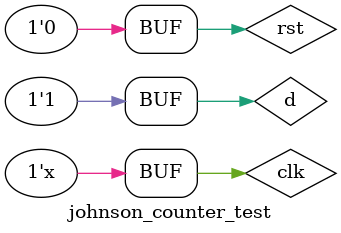
<source format=v>


module johnson_counter_test();

reg clk,rst,d;
wire [3:0]q;


johnson_counter test(
.clk(clk),
.rst(rst),
.q(q),
.d(d)

);

initial clk=0;
always #5 clk = ~clk;

initial begin
d=1;
rst = 1;#10;
rst=0;#10;

end
endmodule


</source>
